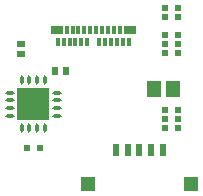
<source format=gbp>
G04*
G04 #@! TF.GenerationSoftware,Altium Limited,Altium Designer,20.0.14 (345)*
G04*
G04 Layer_Color=128*
%FSLAX25Y25*%
%MOIN*%
G70*
G01*
G75*
%ADD14R,0.02000X0.02400*%
%ADD24R,0.05118X0.05709*%
%ADD25R,0.02500X0.01968*%
%ADD26R,0.01968X0.02500*%
%ADD27R,0.10630X0.10630*%
G04:AMPARAMS|DCode=28|XSize=13.78mil|YSize=31.5mil|CornerRadius=6.89mil|HoleSize=0mil|Usage=FLASHONLY|Rotation=90.000|XOffset=0mil|YOffset=0mil|HoleType=Round|Shape=RoundedRectangle|*
%AMROUNDEDRECTD28*
21,1,0.01378,0.01772,0,0,90.0*
21,1,0.00000,0.03150,0,0,90.0*
1,1,0.01378,0.00886,0.00000*
1,1,0.01378,0.00886,0.00000*
1,1,0.01378,-0.00886,0.00000*
1,1,0.01378,-0.00886,0.00000*
%
%ADD28ROUNDEDRECTD28*%
G04:AMPARAMS|DCode=29|XSize=13.78mil|YSize=31.5mil|CornerRadius=6.89mil|HoleSize=0mil|Usage=FLASHONLY|Rotation=0.000|XOffset=0mil|YOffset=0mil|HoleType=Round|Shape=RoundedRectangle|*
%AMROUNDEDRECTD29*
21,1,0.01378,0.01772,0,0,0.0*
21,1,0.00000,0.03150,0,0,0.0*
1,1,0.01378,0.00000,-0.00886*
1,1,0.01378,0.00000,-0.00886*
1,1,0.01378,0.00000,0.00886*
1,1,0.01378,0.00000,0.00886*
%
%ADD29ROUNDEDRECTD29*%
%ADD30R,0.04961X0.05118*%
%ADD31R,0.02165X0.03937*%
G04:AMPARAMS|DCode=32|XSize=11.81mil|YSize=29.92mil|CornerRadius=1.18mil|HoleSize=0mil|Usage=FLASHONLY|Rotation=0.000|XOffset=0mil|YOffset=0mil|HoleType=Round|Shape=RoundedRectangle|*
%AMROUNDEDRECTD32*
21,1,0.01181,0.02756,0,0,0.0*
21,1,0.00945,0.02992,0,0,0.0*
1,1,0.00236,0.00472,-0.01378*
1,1,0.00236,-0.00472,-0.01378*
1,1,0.00236,-0.00472,0.01378*
1,1,0.00236,0.00472,0.01378*
%
%ADD32ROUNDEDRECTD32*%
G04:AMPARAMS|DCode=33|XSize=39.37mil|YSize=27.56mil|CornerRadius=2.76mil|HoleSize=0mil|Usage=FLASHONLY|Rotation=0.000|XOffset=0mil|YOffset=0mil|HoleType=Round|Shape=RoundedRectangle|*
%AMROUNDEDRECTD33*
21,1,0.03937,0.02205,0,0,0.0*
21,1,0.03386,0.02756,0,0,0.0*
1,1,0.00551,0.01693,-0.01102*
1,1,0.00551,-0.01693,-0.01102*
1,1,0.00551,-0.01693,0.01102*
1,1,0.00551,0.01693,0.01102*
%
%ADD33ROUNDEDRECTD33*%
G04:AMPARAMS|DCode=34|XSize=11.81mil|YSize=27.56mil|CornerRadius=2.95mil|HoleSize=0mil|Usage=FLASHONLY|Rotation=0.000|XOffset=0mil|YOffset=0mil|HoleType=Round|Shape=RoundedRectangle|*
%AMROUNDEDRECTD34*
21,1,0.01181,0.02165,0,0,0.0*
21,1,0.00591,0.02756,0,0,0.0*
1,1,0.00591,0.00295,-0.01083*
1,1,0.00591,-0.00295,-0.01083*
1,1,0.00591,-0.00295,0.01083*
1,1,0.00591,0.00295,0.01083*
%
%ADD34ROUNDEDRECTD34*%
D14*
X28200Y-10000D02*
D03*
X23800D02*
D03*
X28200Y-13000D02*
D03*
X23800D02*
D03*
X28200Y-7000D02*
D03*
X23800D02*
D03*
Y15000D02*
D03*
X28200D02*
D03*
X23800Y12000D02*
D03*
X28200D02*
D03*
X23800Y18000D02*
D03*
X28200D02*
D03*
Y27100D02*
D03*
X23800D02*
D03*
X28200Y24100D02*
D03*
X23800D02*
D03*
X-22200Y-19680D02*
D03*
X-17800D02*
D03*
D24*
X26641Y0D02*
D03*
X20342D02*
D03*
D25*
X-24200Y15172D02*
D03*
Y11628D02*
D03*
D26*
X-12772Y6000D02*
D03*
X-9228D02*
D03*
D27*
X-20000Y-5000D02*
D03*
D28*
X-12126Y-1161D02*
D03*
Y-3720D02*
D03*
Y-8839D02*
D03*
Y-6279D02*
D03*
X-27874Y-8839D02*
D03*
Y-6279D02*
D03*
Y-1161D02*
D03*
Y-3720D02*
D03*
D29*
X-16161Y-12874D02*
D03*
X-18721D02*
D03*
X-23839D02*
D03*
X-21280D02*
D03*
X-23839Y2874D02*
D03*
X-21280D02*
D03*
X-16161D02*
D03*
X-18721D02*
D03*
D30*
X32526Y-31521D02*
D03*
X-1726D02*
D03*
D31*
X11463Y-20300D02*
D03*
X23274D02*
D03*
X15400D02*
D03*
X19337D02*
D03*
X7526D02*
D03*
D32*
X-11811Y15630D02*
D03*
X-9843D02*
D03*
X-7874D02*
D03*
X-5906D02*
D03*
X-1969D02*
D03*
X1969D02*
D03*
X3937D02*
D03*
X5906D02*
D03*
X7874D02*
D03*
X-3937D02*
D03*
X9843D02*
D03*
X11811D02*
D03*
D33*
X12205Y19567D02*
D03*
X-12205D02*
D03*
D34*
X8858D02*
D03*
X6890D02*
D03*
X4921D02*
D03*
X2953D02*
D03*
X984D02*
D03*
X-984D02*
D03*
X-2953D02*
D03*
X-4921D02*
D03*
X-6890D02*
D03*
X-8858D02*
D03*
M02*

</source>
